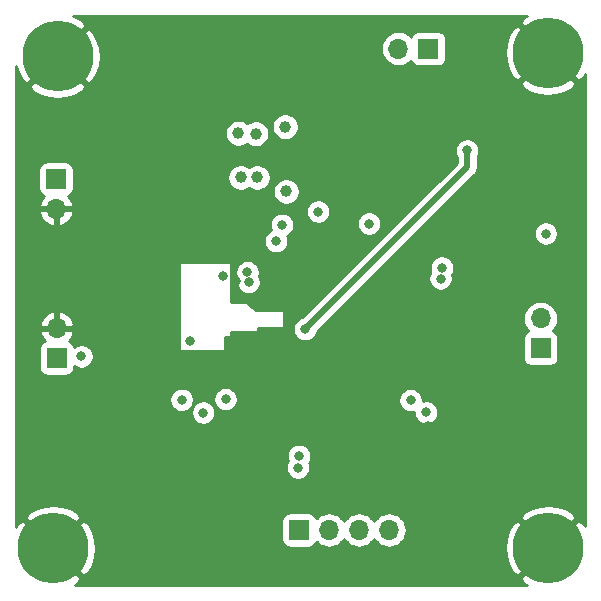
<source format=gbr>
G04 #@! TF.GenerationSoftware,KiCad,Pcbnew,(5.1.4)-1*
G04 #@! TF.CreationDate,2020-10-27T13:41:20+01:00*
G04 #@! TF.ProjectId,STm32f405xx board,53546d33-3266-4343-9035-787820626f61,rev?*
G04 #@! TF.SameCoordinates,Original*
G04 #@! TF.FileFunction,Copper,L4,Bot*
G04 #@! TF.FilePolarity,Positive*
%FSLAX46Y46*%
G04 Gerber Fmt 4.6, Leading zero omitted, Abs format (unit mm)*
G04 Created by KiCad (PCBNEW (5.1.4)-1) date 2020-10-27 13:41:20*
%MOMM*%
%LPD*%
G04 APERTURE LIST*
%ADD10C,0.800000*%
%ADD11C,6.000000*%
%ADD12O,1.700000X1.700000*%
%ADD13R,1.700000X1.700000*%
%ADD14C,1.000000*%
%ADD15C,0.500000*%
%ADD16C,0.254000*%
G04 APERTURE END LIST*
D10*
X126050990Y-54289010D03*
X124460000Y-53630000D03*
X122869010Y-54289010D03*
X122210000Y-55880000D03*
X122869010Y-57470990D03*
X124460000Y-58130000D03*
X126050990Y-57470990D03*
X126710000Y-55880000D03*
D11*
X124460000Y-55880000D03*
X124460000Y-97790000D03*
D10*
X126710000Y-97790000D03*
X126050990Y-99380990D03*
X124460000Y-100040000D03*
X122869010Y-99380990D03*
X122210000Y-97790000D03*
X122869010Y-96199010D03*
X124460000Y-95540000D03*
X126050990Y-96199010D03*
X84521990Y-54543010D03*
X82931000Y-53884000D03*
X81340010Y-54543010D03*
X80681000Y-56134000D03*
X81340010Y-57724990D03*
X82931000Y-58384000D03*
X84521990Y-57724990D03*
X85181000Y-56134000D03*
D11*
X82931000Y-56134000D03*
X82550000Y-97790000D03*
D10*
X84800000Y-97790000D03*
X84140990Y-99380990D03*
X82550000Y-100040000D03*
X80959010Y-99380990D03*
X80300000Y-97790000D03*
X80959010Y-96199010D03*
X82550000Y-95540000D03*
X84140990Y-96199010D03*
D12*
X123825000Y-78359000D03*
D13*
X123825000Y-80899000D03*
X114325400Y-55511700D03*
D12*
X111785400Y-55511700D03*
D13*
X103378000Y-96266000D03*
D12*
X105918000Y-96266000D03*
X108458000Y-96266000D03*
X110998000Y-96266000D03*
X82804000Y-69088000D03*
D13*
X82804000Y-66548000D03*
X82849720Y-81706720D03*
D12*
X82849720Y-79166720D03*
D14*
X99730560Y-62717680D03*
X98445320Y-66421000D03*
X99832160Y-66421000D03*
X102301040Y-67604640D03*
X102199440Y-62118240D03*
X98242120Y-62666880D03*
D10*
X101442520Y-71800720D03*
X101930200Y-70434200D03*
X99004120Y-74442320D03*
X115361720Y-74985880D03*
X115473480Y-74061320D03*
X112826800Y-85272880D03*
X114147600Y-86304120D03*
X103372920Y-89987120D03*
X103291640Y-90992960D03*
X95270320Y-86334600D03*
X99100640Y-75285600D03*
X93446600Y-85247480D03*
X97165160Y-85191600D03*
X104998520Y-69316600D03*
X109306360Y-70332600D03*
X84952840Y-81559400D03*
X124266960Y-71170800D03*
X117614700Y-64135000D03*
X103898000Y-79260000D03*
X96900000Y-74800000D03*
X94132400Y-80238600D03*
X99014280Y-72882760D03*
X103357680Y-70347840D03*
D14*
X95336360Y-60248800D03*
X93619320Y-60985400D03*
X97495360Y-60309760D03*
X96230440Y-58577480D03*
X91968320Y-61066680D03*
D10*
X114345720Y-72694800D03*
X117424200Y-75016360D03*
X121574560Y-83794600D03*
X114330480Y-87467440D03*
X110261400Y-90444320D03*
X108422440Y-89733120D03*
X101340920Y-88930480D03*
X96855280Y-81427320D03*
X98069400Y-75194160D03*
X113141760Y-72918320D03*
X111780320Y-88361520D03*
X101351080Y-87782400D03*
X98689160Y-80690720D03*
D14*
X98866960Y-69448680D03*
X100223320Y-69448680D03*
X106268520Y-59065160D03*
D10*
X110286800Y-91485720D03*
X104246680Y-70774560D03*
X103393240Y-69286120D03*
X84861400Y-78958440D03*
X125836680Y-71099680D03*
X126822200Y-71160640D03*
X124627640Y-62611000D03*
D14*
X82829400Y-71516240D03*
X82829400Y-74930000D03*
X88900000Y-73660000D03*
X90170000Y-55880000D03*
X100330000Y-55880000D03*
X100330000Y-55880000D03*
X118110000Y-55880000D03*
X125730000Y-86360000D03*
X125730000Y-90170000D03*
X119380000Y-90170000D03*
X118110000Y-96520000D03*
X110490000Y-99060000D03*
X99060000Y-99060000D03*
X91440000Y-99060000D03*
X91440000Y-88900000D03*
X83820000Y-88900000D03*
X88900000Y-83820000D03*
D15*
X117614700Y-65543300D02*
X103898000Y-79260000D01*
X117614700Y-64135000D02*
X117614700Y-65543300D01*
D16*
G36*
X122444397Y-52833898D02*
G01*
X122417106Y-52852132D01*
X122080919Y-53321314D01*
X124460000Y-55700395D01*
X124474143Y-55686253D01*
X124653748Y-55865858D01*
X124639605Y-55880000D01*
X127018686Y-58259081D01*
X127487868Y-57922894D01*
X127610001Y-57696848D01*
X127610000Y-95970895D01*
X127506102Y-95774397D01*
X127487868Y-95747106D01*
X127018686Y-95410919D01*
X124639605Y-97790000D01*
X124653748Y-97804143D01*
X124474143Y-97983748D01*
X124460000Y-97969605D01*
X122080919Y-100348686D01*
X122417106Y-100817868D01*
X122643150Y-100940000D01*
X84369105Y-100940000D01*
X84565603Y-100836102D01*
X84592894Y-100817868D01*
X84929081Y-100348686D01*
X82550000Y-97969605D01*
X82535858Y-97983748D01*
X82356253Y-97804143D01*
X82370395Y-97790000D01*
X82729605Y-97790000D01*
X85108686Y-100169081D01*
X85577868Y-99832894D01*
X85918237Y-99202932D01*
X86129166Y-98518673D01*
X86202550Y-97806411D01*
X86199467Y-97773589D01*
X120807450Y-97773589D01*
X120874431Y-98486482D01*
X121079204Y-99172609D01*
X121413898Y-99805603D01*
X121432132Y-99832894D01*
X121901314Y-100169081D01*
X124280395Y-97790000D01*
X121901314Y-95410919D01*
X121432132Y-95747106D01*
X121091763Y-96377068D01*
X120880834Y-97061327D01*
X120807450Y-97773589D01*
X86199467Y-97773589D01*
X86135569Y-97093518D01*
X85930796Y-96407391D01*
X85596102Y-95774397D01*
X85577868Y-95747106D01*
X85115778Y-95416000D01*
X101889928Y-95416000D01*
X101889928Y-97116000D01*
X101902188Y-97240482D01*
X101938498Y-97360180D01*
X101997463Y-97470494D01*
X102076815Y-97567185D01*
X102173506Y-97646537D01*
X102283820Y-97705502D01*
X102403518Y-97741812D01*
X102528000Y-97754072D01*
X104228000Y-97754072D01*
X104352482Y-97741812D01*
X104472180Y-97705502D01*
X104582494Y-97646537D01*
X104679185Y-97567185D01*
X104758537Y-97470494D01*
X104817502Y-97360180D01*
X104838393Y-97291313D01*
X104862866Y-97321134D01*
X105088986Y-97506706D01*
X105346966Y-97644599D01*
X105626889Y-97729513D01*
X105845050Y-97751000D01*
X105990950Y-97751000D01*
X106209111Y-97729513D01*
X106489034Y-97644599D01*
X106747014Y-97506706D01*
X106973134Y-97321134D01*
X107158706Y-97095014D01*
X107188000Y-97040209D01*
X107217294Y-97095014D01*
X107402866Y-97321134D01*
X107628986Y-97506706D01*
X107886966Y-97644599D01*
X108166889Y-97729513D01*
X108385050Y-97751000D01*
X108530950Y-97751000D01*
X108749111Y-97729513D01*
X109029034Y-97644599D01*
X109287014Y-97506706D01*
X109513134Y-97321134D01*
X109698706Y-97095014D01*
X109728000Y-97040209D01*
X109757294Y-97095014D01*
X109942866Y-97321134D01*
X110168986Y-97506706D01*
X110426966Y-97644599D01*
X110706889Y-97729513D01*
X110925050Y-97751000D01*
X111070950Y-97751000D01*
X111289111Y-97729513D01*
X111569034Y-97644599D01*
X111827014Y-97506706D01*
X112053134Y-97321134D01*
X112238706Y-97095014D01*
X112376599Y-96837034D01*
X112461513Y-96557111D01*
X112490185Y-96266000D01*
X112461513Y-95974889D01*
X112376599Y-95694966D01*
X112238706Y-95436986D01*
X112069916Y-95231314D01*
X122080919Y-95231314D01*
X124460000Y-97610395D01*
X126839081Y-95231314D01*
X126502894Y-94762132D01*
X125872932Y-94421763D01*
X125188673Y-94210834D01*
X124476411Y-94137450D01*
X123763518Y-94204431D01*
X123077391Y-94409204D01*
X122444397Y-94743898D01*
X122417106Y-94762132D01*
X122080919Y-95231314D01*
X112069916Y-95231314D01*
X112053134Y-95210866D01*
X111827014Y-95025294D01*
X111569034Y-94887401D01*
X111289111Y-94802487D01*
X111070950Y-94781000D01*
X110925050Y-94781000D01*
X110706889Y-94802487D01*
X110426966Y-94887401D01*
X110168986Y-95025294D01*
X109942866Y-95210866D01*
X109757294Y-95436986D01*
X109728000Y-95491791D01*
X109698706Y-95436986D01*
X109513134Y-95210866D01*
X109287014Y-95025294D01*
X109029034Y-94887401D01*
X108749111Y-94802487D01*
X108530950Y-94781000D01*
X108385050Y-94781000D01*
X108166889Y-94802487D01*
X107886966Y-94887401D01*
X107628986Y-95025294D01*
X107402866Y-95210866D01*
X107217294Y-95436986D01*
X107188000Y-95491791D01*
X107158706Y-95436986D01*
X106973134Y-95210866D01*
X106747014Y-95025294D01*
X106489034Y-94887401D01*
X106209111Y-94802487D01*
X105990950Y-94781000D01*
X105845050Y-94781000D01*
X105626889Y-94802487D01*
X105346966Y-94887401D01*
X105088986Y-95025294D01*
X104862866Y-95210866D01*
X104838393Y-95240687D01*
X104817502Y-95171820D01*
X104758537Y-95061506D01*
X104679185Y-94964815D01*
X104582494Y-94885463D01*
X104472180Y-94826498D01*
X104352482Y-94790188D01*
X104228000Y-94777928D01*
X102528000Y-94777928D01*
X102403518Y-94790188D01*
X102283820Y-94826498D01*
X102173506Y-94885463D01*
X102076815Y-94964815D01*
X101997463Y-95061506D01*
X101938498Y-95171820D01*
X101902188Y-95291518D01*
X101889928Y-95416000D01*
X85115778Y-95416000D01*
X85108686Y-95410919D01*
X82729605Y-97790000D01*
X82370395Y-97790000D01*
X79991314Y-95410919D01*
X79522132Y-95747106D01*
X79400000Y-95973150D01*
X79400000Y-95231314D01*
X80170919Y-95231314D01*
X82550000Y-97610395D01*
X84929081Y-95231314D01*
X84592894Y-94762132D01*
X83962932Y-94421763D01*
X83278673Y-94210834D01*
X82566411Y-94137450D01*
X81853518Y-94204431D01*
X81167391Y-94409204D01*
X80534397Y-94743898D01*
X80507106Y-94762132D01*
X80170919Y-95231314D01*
X79400000Y-95231314D01*
X79400000Y-90891021D01*
X102256640Y-90891021D01*
X102256640Y-91094899D01*
X102296414Y-91294858D01*
X102374435Y-91483216D01*
X102487703Y-91652734D01*
X102631866Y-91796897D01*
X102801384Y-91910165D01*
X102989742Y-91988186D01*
X103189701Y-92027960D01*
X103393579Y-92027960D01*
X103593538Y-91988186D01*
X103781896Y-91910165D01*
X103951414Y-91796897D01*
X104095577Y-91652734D01*
X104208845Y-91483216D01*
X104286866Y-91294858D01*
X104326640Y-91094899D01*
X104326640Y-90891021D01*
X104286866Y-90691062D01*
X104233473Y-90562162D01*
X104290125Y-90477376D01*
X104368146Y-90289018D01*
X104407920Y-90089059D01*
X104407920Y-89885181D01*
X104368146Y-89685222D01*
X104290125Y-89496864D01*
X104176857Y-89327346D01*
X104032694Y-89183183D01*
X103863176Y-89069915D01*
X103674818Y-88991894D01*
X103474859Y-88952120D01*
X103270981Y-88952120D01*
X103071022Y-88991894D01*
X102882664Y-89069915D01*
X102713146Y-89183183D01*
X102568983Y-89327346D01*
X102455715Y-89496864D01*
X102377694Y-89685222D01*
X102337920Y-89885181D01*
X102337920Y-90089059D01*
X102377694Y-90289018D01*
X102431087Y-90417918D01*
X102374435Y-90502704D01*
X102296414Y-90691062D01*
X102256640Y-90891021D01*
X79400000Y-90891021D01*
X79400000Y-85145541D01*
X92411600Y-85145541D01*
X92411600Y-85349419D01*
X92451374Y-85549378D01*
X92529395Y-85737736D01*
X92642663Y-85907254D01*
X92786826Y-86051417D01*
X92956344Y-86164685D01*
X93144702Y-86242706D01*
X93344661Y-86282480D01*
X93548539Y-86282480D01*
X93748498Y-86242706D01*
X93772748Y-86232661D01*
X94235320Y-86232661D01*
X94235320Y-86436539D01*
X94275094Y-86636498D01*
X94353115Y-86824856D01*
X94466383Y-86994374D01*
X94610546Y-87138537D01*
X94780064Y-87251805D01*
X94968422Y-87329826D01*
X95168381Y-87369600D01*
X95372259Y-87369600D01*
X95572218Y-87329826D01*
X95760576Y-87251805D01*
X95930094Y-87138537D01*
X96074257Y-86994374D01*
X96187525Y-86824856D01*
X96265546Y-86636498D01*
X96305320Y-86436539D01*
X96305320Y-86232661D01*
X96265546Y-86032702D01*
X96187525Y-85844344D01*
X96074257Y-85674826D01*
X95930094Y-85530663D01*
X95760576Y-85417395D01*
X95572218Y-85339374D01*
X95372259Y-85299600D01*
X95168381Y-85299600D01*
X94968422Y-85339374D01*
X94780064Y-85417395D01*
X94610546Y-85530663D01*
X94466383Y-85674826D01*
X94353115Y-85844344D01*
X94275094Y-86032702D01*
X94235320Y-86232661D01*
X93772748Y-86232661D01*
X93936856Y-86164685D01*
X94106374Y-86051417D01*
X94250537Y-85907254D01*
X94363805Y-85737736D01*
X94441826Y-85549378D01*
X94481600Y-85349419D01*
X94481600Y-85145541D01*
X94470485Y-85089661D01*
X96130160Y-85089661D01*
X96130160Y-85293539D01*
X96169934Y-85493498D01*
X96247955Y-85681856D01*
X96361223Y-85851374D01*
X96505386Y-85995537D01*
X96674904Y-86108805D01*
X96863262Y-86186826D01*
X97063221Y-86226600D01*
X97267099Y-86226600D01*
X97467058Y-86186826D01*
X97655416Y-86108805D01*
X97824934Y-85995537D01*
X97969097Y-85851374D01*
X98082365Y-85681856D01*
X98160386Y-85493498D01*
X98200160Y-85293539D01*
X98200160Y-85170941D01*
X111791800Y-85170941D01*
X111791800Y-85374819D01*
X111831574Y-85574778D01*
X111909595Y-85763136D01*
X112022863Y-85932654D01*
X112167026Y-86076817D01*
X112336544Y-86190085D01*
X112524902Y-86268106D01*
X112724861Y-86307880D01*
X112928739Y-86307880D01*
X113112600Y-86271308D01*
X113112600Y-86406059D01*
X113152374Y-86606018D01*
X113230395Y-86794376D01*
X113343663Y-86963894D01*
X113487826Y-87108057D01*
X113657344Y-87221325D01*
X113845702Y-87299346D01*
X114045661Y-87339120D01*
X114249539Y-87339120D01*
X114449498Y-87299346D01*
X114637856Y-87221325D01*
X114807374Y-87108057D01*
X114951537Y-86963894D01*
X115064805Y-86794376D01*
X115142826Y-86606018D01*
X115182600Y-86406059D01*
X115182600Y-86202181D01*
X115142826Y-86002222D01*
X115064805Y-85813864D01*
X114951537Y-85644346D01*
X114807374Y-85500183D01*
X114637856Y-85386915D01*
X114449498Y-85308894D01*
X114249539Y-85269120D01*
X114045661Y-85269120D01*
X113861800Y-85305692D01*
X113861800Y-85170941D01*
X113822026Y-84970982D01*
X113744005Y-84782624D01*
X113630737Y-84613106D01*
X113486574Y-84468943D01*
X113317056Y-84355675D01*
X113128698Y-84277654D01*
X112928739Y-84237880D01*
X112724861Y-84237880D01*
X112524902Y-84277654D01*
X112336544Y-84355675D01*
X112167026Y-84468943D01*
X112022863Y-84613106D01*
X111909595Y-84782624D01*
X111831574Y-84970982D01*
X111791800Y-85170941D01*
X98200160Y-85170941D01*
X98200160Y-85089661D01*
X98160386Y-84889702D01*
X98082365Y-84701344D01*
X97969097Y-84531826D01*
X97824934Y-84387663D01*
X97655416Y-84274395D01*
X97467058Y-84196374D01*
X97267099Y-84156600D01*
X97063221Y-84156600D01*
X96863262Y-84196374D01*
X96674904Y-84274395D01*
X96505386Y-84387663D01*
X96361223Y-84531826D01*
X96247955Y-84701344D01*
X96169934Y-84889702D01*
X96130160Y-85089661D01*
X94470485Y-85089661D01*
X94441826Y-84945582D01*
X94363805Y-84757224D01*
X94250537Y-84587706D01*
X94106374Y-84443543D01*
X93936856Y-84330275D01*
X93748498Y-84252254D01*
X93548539Y-84212480D01*
X93344661Y-84212480D01*
X93144702Y-84252254D01*
X92956344Y-84330275D01*
X92786826Y-84443543D01*
X92642663Y-84587706D01*
X92529395Y-84757224D01*
X92451374Y-84945582D01*
X92411600Y-85145541D01*
X79400000Y-85145541D01*
X79400000Y-80856720D01*
X81361648Y-80856720D01*
X81361648Y-82556720D01*
X81373908Y-82681202D01*
X81410218Y-82800900D01*
X81469183Y-82911214D01*
X81548535Y-83007905D01*
X81645226Y-83087257D01*
X81755540Y-83146222D01*
X81875238Y-83182532D01*
X81999720Y-83194792D01*
X83699720Y-83194792D01*
X83824202Y-83182532D01*
X83943900Y-83146222D01*
X84054214Y-83087257D01*
X84150905Y-83007905D01*
X84230257Y-82911214D01*
X84289222Y-82800900D01*
X84325532Y-82681202D01*
X84337792Y-82556720D01*
X84337792Y-82393222D01*
X84462584Y-82476605D01*
X84650942Y-82554626D01*
X84850901Y-82594400D01*
X85054779Y-82594400D01*
X85254738Y-82554626D01*
X85443096Y-82476605D01*
X85612614Y-82363337D01*
X85756777Y-82219174D01*
X85870045Y-82049656D01*
X85948066Y-81861298D01*
X85987840Y-81661339D01*
X85987840Y-81457461D01*
X85948066Y-81257502D01*
X85870045Y-81069144D01*
X85756777Y-80899626D01*
X85612614Y-80755463D01*
X85443096Y-80642195D01*
X85254738Y-80564174D01*
X85054779Y-80524400D01*
X84850901Y-80524400D01*
X84650942Y-80564174D01*
X84462584Y-80642195D01*
X84325674Y-80733675D01*
X84325532Y-80732238D01*
X84289222Y-80612540D01*
X84230257Y-80502226D01*
X84150905Y-80405535D01*
X84054214Y-80326183D01*
X83943900Y-80267218D01*
X83863254Y-80242754D01*
X83947308Y-80166989D01*
X84121361Y-79933640D01*
X84246545Y-79670819D01*
X84291196Y-79523610D01*
X84169875Y-79293720D01*
X82976720Y-79293720D01*
X82976720Y-79313720D01*
X82722720Y-79313720D01*
X82722720Y-79293720D01*
X81529565Y-79293720D01*
X81408244Y-79523610D01*
X81452895Y-79670819D01*
X81578079Y-79933640D01*
X81752132Y-80166989D01*
X81836186Y-80242754D01*
X81755540Y-80267218D01*
X81645226Y-80326183D01*
X81548535Y-80405535D01*
X81469183Y-80502226D01*
X81410218Y-80612540D01*
X81373908Y-80732238D01*
X81361648Y-80856720D01*
X79400000Y-80856720D01*
X79400000Y-78809830D01*
X81408244Y-78809830D01*
X81529565Y-79039720D01*
X82722720Y-79039720D01*
X82722720Y-77845906D01*
X82976720Y-77845906D01*
X82976720Y-79039720D01*
X84169875Y-79039720D01*
X84291196Y-78809830D01*
X84246545Y-78662621D01*
X84121361Y-78399800D01*
X83947308Y-78166451D01*
X83731075Y-77971542D01*
X83480972Y-77822563D01*
X83206611Y-77725239D01*
X82976720Y-77845906D01*
X82722720Y-77845906D01*
X82492829Y-77725239D01*
X82218468Y-77822563D01*
X81968365Y-77971542D01*
X81752132Y-78166451D01*
X81578079Y-78399800D01*
X81452895Y-78662621D01*
X81408244Y-78809830D01*
X79400000Y-78809830D01*
X79400000Y-73731709D01*
X93201720Y-73731709D01*
X93201720Y-80970709D01*
X93204160Y-80995485D01*
X93211387Y-81019310D01*
X93223123Y-81041266D01*
X93238917Y-81060512D01*
X93258163Y-81076306D01*
X93280119Y-81088042D01*
X93303944Y-81095269D01*
X93328720Y-81097709D01*
X97011720Y-81097709D01*
X97036496Y-81095269D01*
X97060321Y-81088042D01*
X97082277Y-81076306D01*
X97101523Y-81060512D01*
X97117317Y-81041266D01*
X97129053Y-81019310D01*
X97136280Y-80995485D01*
X97138720Y-80970709D01*
X97138720Y-79954709D01*
X97481620Y-79954709D01*
X97506396Y-79952269D01*
X97530221Y-79945042D01*
X97552177Y-79933306D01*
X97571423Y-79917512D01*
X97587217Y-79898266D01*
X97598953Y-79876310D01*
X97606180Y-79852485D01*
X97608620Y-79827709D01*
X97608620Y-79510209D01*
X99793020Y-79510209D01*
X99817796Y-79507769D01*
X99841621Y-79500542D01*
X99863577Y-79488806D01*
X99882823Y-79473012D01*
X99898617Y-79453766D01*
X99910353Y-79431810D01*
X99917580Y-79407985D01*
X99919919Y-79388285D01*
X99928250Y-79180009D01*
X101964720Y-79180009D01*
X101989496Y-79177569D01*
X102013321Y-79170342D01*
X102035277Y-79158606D01*
X102035941Y-79158061D01*
X102863000Y-79158061D01*
X102863000Y-79361939D01*
X102902774Y-79561898D01*
X102980795Y-79750256D01*
X103094063Y-79919774D01*
X103238226Y-80063937D01*
X103407744Y-80177205D01*
X103596102Y-80255226D01*
X103796061Y-80295000D01*
X103999939Y-80295000D01*
X104199898Y-80255226D01*
X104388256Y-80177205D01*
X104557774Y-80063937D01*
X104701937Y-79919774D01*
X104815205Y-79750256D01*
X104893226Y-79561898D01*
X104904535Y-79505043D01*
X106050578Y-78359000D01*
X122332815Y-78359000D01*
X122361487Y-78650111D01*
X122446401Y-78930034D01*
X122584294Y-79188014D01*
X122769866Y-79414134D01*
X122799687Y-79438607D01*
X122730820Y-79459498D01*
X122620506Y-79518463D01*
X122523815Y-79597815D01*
X122444463Y-79694506D01*
X122385498Y-79804820D01*
X122349188Y-79924518D01*
X122336928Y-80049000D01*
X122336928Y-81749000D01*
X122349188Y-81873482D01*
X122385498Y-81993180D01*
X122444463Y-82103494D01*
X122523815Y-82200185D01*
X122620506Y-82279537D01*
X122730820Y-82338502D01*
X122850518Y-82374812D01*
X122975000Y-82387072D01*
X124675000Y-82387072D01*
X124799482Y-82374812D01*
X124919180Y-82338502D01*
X125029494Y-82279537D01*
X125126185Y-82200185D01*
X125205537Y-82103494D01*
X125264502Y-81993180D01*
X125300812Y-81873482D01*
X125313072Y-81749000D01*
X125313072Y-80049000D01*
X125300812Y-79924518D01*
X125264502Y-79804820D01*
X125205537Y-79694506D01*
X125126185Y-79597815D01*
X125029494Y-79518463D01*
X124919180Y-79459498D01*
X124850313Y-79438607D01*
X124880134Y-79414134D01*
X125065706Y-79188014D01*
X125203599Y-78930034D01*
X125288513Y-78650111D01*
X125317185Y-78359000D01*
X125288513Y-78067889D01*
X125203599Y-77787966D01*
X125065706Y-77529986D01*
X124880134Y-77303866D01*
X124654014Y-77118294D01*
X124396034Y-76980401D01*
X124116111Y-76895487D01*
X123897950Y-76874000D01*
X123752050Y-76874000D01*
X123533889Y-76895487D01*
X123253966Y-76980401D01*
X122995986Y-77118294D01*
X122769866Y-77303866D01*
X122584294Y-77529986D01*
X122446401Y-77787966D01*
X122361487Y-78067889D01*
X122332815Y-78359000D01*
X106050578Y-78359000D01*
X109525637Y-74883941D01*
X114326720Y-74883941D01*
X114326720Y-75087819D01*
X114366494Y-75287778D01*
X114444515Y-75476136D01*
X114557783Y-75645654D01*
X114701946Y-75789817D01*
X114871464Y-75903085D01*
X115059822Y-75981106D01*
X115259781Y-76020880D01*
X115463659Y-76020880D01*
X115663618Y-75981106D01*
X115851976Y-75903085D01*
X116021494Y-75789817D01*
X116165657Y-75645654D01*
X116278925Y-75476136D01*
X116356946Y-75287778D01*
X116396720Y-75087819D01*
X116396720Y-74883941D01*
X116356946Y-74683982D01*
X116336001Y-74633417D01*
X116390685Y-74551576D01*
X116468706Y-74363218D01*
X116508480Y-74163259D01*
X116508480Y-73959381D01*
X116468706Y-73759422D01*
X116390685Y-73571064D01*
X116277417Y-73401546D01*
X116133254Y-73257383D01*
X115963736Y-73144115D01*
X115775378Y-73066094D01*
X115575419Y-73026320D01*
X115371541Y-73026320D01*
X115171582Y-73066094D01*
X114983224Y-73144115D01*
X114813706Y-73257383D01*
X114669543Y-73401546D01*
X114556275Y-73571064D01*
X114478254Y-73759422D01*
X114438480Y-73959381D01*
X114438480Y-74163259D01*
X114478254Y-74363218D01*
X114499199Y-74413783D01*
X114444515Y-74495624D01*
X114366494Y-74683982D01*
X114326720Y-74883941D01*
X109525637Y-74883941D01*
X113340717Y-71068861D01*
X123231960Y-71068861D01*
X123231960Y-71272739D01*
X123271734Y-71472698D01*
X123349755Y-71661056D01*
X123463023Y-71830574D01*
X123607186Y-71974737D01*
X123776704Y-72088005D01*
X123965062Y-72166026D01*
X124165021Y-72205800D01*
X124368899Y-72205800D01*
X124568858Y-72166026D01*
X124757216Y-72088005D01*
X124926734Y-71974737D01*
X125070897Y-71830574D01*
X125184165Y-71661056D01*
X125262186Y-71472698D01*
X125301960Y-71272739D01*
X125301960Y-71068861D01*
X125262186Y-70868902D01*
X125184165Y-70680544D01*
X125070897Y-70511026D01*
X124926734Y-70366863D01*
X124757216Y-70253595D01*
X124568858Y-70175574D01*
X124368899Y-70135800D01*
X124165021Y-70135800D01*
X123965062Y-70175574D01*
X123776704Y-70253595D01*
X123607186Y-70366863D01*
X123463023Y-70511026D01*
X123349755Y-70680544D01*
X123271734Y-70868902D01*
X123231960Y-71068861D01*
X113340717Y-71068861D01*
X118209749Y-66199830D01*
X118243517Y-66172117D01*
X118354111Y-66037359D01*
X118436289Y-65883613D01*
X118486895Y-65716790D01*
X118499700Y-65586777D01*
X118499700Y-65586767D01*
X118503981Y-65543301D01*
X118499700Y-65499835D01*
X118499700Y-64673454D01*
X118531905Y-64625256D01*
X118609926Y-64436898D01*
X118649700Y-64236939D01*
X118649700Y-64033061D01*
X118609926Y-63833102D01*
X118531905Y-63644744D01*
X118418637Y-63475226D01*
X118274474Y-63331063D01*
X118104956Y-63217795D01*
X117916598Y-63139774D01*
X117716639Y-63100000D01*
X117512761Y-63100000D01*
X117312802Y-63139774D01*
X117124444Y-63217795D01*
X116954926Y-63331063D01*
X116810763Y-63475226D01*
X116697495Y-63644744D01*
X116619474Y-63833102D01*
X116579700Y-64033061D01*
X116579700Y-64236939D01*
X116619474Y-64436898D01*
X116697495Y-64625256D01*
X116729700Y-64673455D01*
X116729701Y-65176720D01*
X103652957Y-78253465D01*
X103596102Y-78264774D01*
X103407744Y-78342795D01*
X103238226Y-78456063D01*
X103094063Y-78600226D01*
X102980795Y-78769744D01*
X102902774Y-78958102D01*
X102863000Y-79158061D01*
X102035941Y-79158061D01*
X102054523Y-79142812D01*
X102070317Y-79123566D01*
X102082053Y-79101610D01*
X102089280Y-79077785D01*
X102091714Y-79051764D01*
X102079014Y-77756364D01*
X102076331Y-77731613D01*
X102068871Y-77707860D01*
X102056920Y-77686020D01*
X102040938Y-77666930D01*
X102021539Y-77651326D01*
X101999468Y-77639805D01*
X101975574Y-77632812D01*
X101950617Y-77630617D01*
X99701949Y-77655464D01*
X99015013Y-77028786D01*
X98995065Y-77013890D01*
X98972593Y-77003172D01*
X98948463Y-76997045D01*
X98929420Y-76995609D01*
X97658945Y-76995609D01*
X97649001Y-74340381D01*
X97969120Y-74340381D01*
X97969120Y-74544259D01*
X98008894Y-74744218D01*
X98086915Y-74932576D01*
X98111408Y-74969232D01*
X98105414Y-74983702D01*
X98065640Y-75183661D01*
X98065640Y-75387539D01*
X98105414Y-75587498D01*
X98183435Y-75775856D01*
X98296703Y-75945374D01*
X98440866Y-76089537D01*
X98610384Y-76202805D01*
X98798742Y-76280826D01*
X98998701Y-76320600D01*
X99202579Y-76320600D01*
X99402538Y-76280826D01*
X99590896Y-76202805D01*
X99760414Y-76089537D01*
X99904577Y-75945374D01*
X100017845Y-75775856D01*
X100095866Y-75587498D01*
X100135640Y-75387539D01*
X100135640Y-75183661D01*
X100095866Y-74983702D01*
X100017845Y-74795344D01*
X99993352Y-74758688D01*
X99999346Y-74744218D01*
X100039120Y-74544259D01*
X100039120Y-74340381D01*
X99999346Y-74140422D01*
X99921325Y-73952064D01*
X99808057Y-73782546D01*
X99663894Y-73638383D01*
X99494376Y-73525115D01*
X99306018Y-73447094D01*
X99106059Y-73407320D01*
X98902181Y-73407320D01*
X98702222Y-73447094D01*
X98513864Y-73525115D01*
X98344346Y-73638383D01*
X98200183Y-73782546D01*
X98086915Y-73952064D01*
X98008894Y-74140422D01*
X97969120Y-74340381D01*
X97649001Y-74340381D01*
X97646719Y-73731233D01*
X97644186Y-73706466D01*
X97636870Y-73682669D01*
X97625052Y-73660757D01*
X97609186Y-73641571D01*
X97589881Y-73625849D01*
X97567881Y-73614195D01*
X97544030Y-73607057D01*
X97519720Y-73604709D01*
X93328720Y-73604709D01*
X93303944Y-73607149D01*
X93280119Y-73614376D01*
X93258163Y-73626112D01*
X93238917Y-73641906D01*
X93223123Y-73661152D01*
X93211387Y-73683108D01*
X93204160Y-73706933D01*
X93201720Y-73731709D01*
X79400000Y-73731709D01*
X79400000Y-71698781D01*
X100407520Y-71698781D01*
X100407520Y-71902659D01*
X100447294Y-72102618D01*
X100525315Y-72290976D01*
X100638583Y-72460494D01*
X100782746Y-72604657D01*
X100952264Y-72717925D01*
X101140622Y-72795946D01*
X101340581Y-72835720D01*
X101544459Y-72835720D01*
X101744418Y-72795946D01*
X101932776Y-72717925D01*
X102102294Y-72604657D01*
X102246457Y-72460494D01*
X102359725Y-72290976D01*
X102437746Y-72102618D01*
X102477520Y-71902659D01*
X102477520Y-71698781D01*
X102437746Y-71498822D01*
X102383094Y-71366881D01*
X102420456Y-71351405D01*
X102589974Y-71238137D01*
X102734137Y-71093974D01*
X102847405Y-70924456D01*
X102925426Y-70736098D01*
X102965200Y-70536139D01*
X102965200Y-70332261D01*
X102925426Y-70132302D01*
X102847405Y-69943944D01*
X102734137Y-69774426D01*
X102589974Y-69630263D01*
X102420456Y-69516995D01*
X102232098Y-69438974D01*
X102032139Y-69399200D01*
X101828261Y-69399200D01*
X101628302Y-69438974D01*
X101439944Y-69516995D01*
X101270426Y-69630263D01*
X101126263Y-69774426D01*
X101012995Y-69943944D01*
X100934974Y-70132302D01*
X100895200Y-70332261D01*
X100895200Y-70536139D01*
X100934974Y-70736098D01*
X100989626Y-70868039D01*
X100952264Y-70883515D01*
X100782746Y-70996783D01*
X100638583Y-71140946D01*
X100525315Y-71310464D01*
X100447294Y-71498822D01*
X100407520Y-71698781D01*
X79400000Y-71698781D01*
X79400000Y-69444890D01*
X81362524Y-69444890D01*
X81407175Y-69592099D01*
X81532359Y-69854920D01*
X81706412Y-70088269D01*
X81922645Y-70283178D01*
X82172748Y-70432157D01*
X82447109Y-70529481D01*
X82677000Y-70408814D01*
X82677000Y-69215000D01*
X82931000Y-69215000D01*
X82931000Y-70408814D01*
X83160891Y-70529481D01*
X83435252Y-70432157D01*
X83685355Y-70283178D01*
X83901588Y-70088269D01*
X84075641Y-69854920D01*
X84200825Y-69592099D01*
X84245476Y-69444890D01*
X84124155Y-69215000D01*
X82931000Y-69215000D01*
X82677000Y-69215000D01*
X81483845Y-69215000D01*
X81362524Y-69444890D01*
X79400000Y-69444890D01*
X79400000Y-69214661D01*
X103963520Y-69214661D01*
X103963520Y-69418539D01*
X104003294Y-69618498D01*
X104081315Y-69806856D01*
X104194583Y-69976374D01*
X104338746Y-70120537D01*
X104508264Y-70233805D01*
X104696622Y-70311826D01*
X104896581Y-70351600D01*
X105100459Y-70351600D01*
X105300418Y-70311826D01*
X105488776Y-70233805D01*
X105493481Y-70230661D01*
X108271360Y-70230661D01*
X108271360Y-70434539D01*
X108311134Y-70634498D01*
X108389155Y-70822856D01*
X108502423Y-70992374D01*
X108646586Y-71136537D01*
X108816104Y-71249805D01*
X109004462Y-71327826D01*
X109204421Y-71367600D01*
X109408299Y-71367600D01*
X109608258Y-71327826D01*
X109796616Y-71249805D01*
X109966134Y-71136537D01*
X110110297Y-70992374D01*
X110223565Y-70822856D01*
X110301586Y-70634498D01*
X110341360Y-70434539D01*
X110341360Y-70230661D01*
X110301586Y-70030702D01*
X110223565Y-69842344D01*
X110110297Y-69672826D01*
X109966134Y-69528663D01*
X109796616Y-69415395D01*
X109608258Y-69337374D01*
X109408299Y-69297600D01*
X109204421Y-69297600D01*
X109004462Y-69337374D01*
X108816104Y-69415395D01*
X108646586Y-69528663D01*
X108502423Y-69672826D01*
X108389155Y-69842344D01*
X108311134Y-70030702D01*
X108271360Y-70230661D01*
X105493481Y-70230661D01*
X105658294Y-70120537D01*
X105802457Y-69976374D01*
X105915725Y-69806856D01*
X105993746Y-69618498D01*
X106033520Y-69418539D01*
X106033520Y-69214661D01*
X105993746Y-69014702D01*
X105915725Y-68826344D01*
X105802457Y-68656826D01*
X105658294Y-68512663D01*
X105488776Y-68399395D01*
X105300418Y-68321374D01*
X105100459Y-68281600D01*
X104896581Y-68281600D01*
X104696622Y-68321374D01*
X104508264Y-68399395D01*
X104338746Y-68512663D01*
X104194583Y-68656826D01*
X104081315Y-68826344D01*
X104003294Y-69014702D01*
X103963520Y-69214661D01*
X79400000Y-69214661D01*
X79400000Y-65698000D01*
X81315928Y-65698000D01*
X81315928Y-67398000D01*
X81328188Y-67522482D01*
X81364498Y-67642180D01*
X81423463Y-67752494D01*
X81502815Y-67849185D01*
X81599506Y-67928537D01*
X81709820Y-67987502D01*
X81790466Y-68011966D01*
X81706412Y-68087731D01*
X81532359Y-68321080D01*
X81407175Y-68583901D01*
X81362524Y-68731110D01*
X81483845Y-68961000D01*
X82677000Y-68961000D01*
X82677000Y-68941000D01*
X82931000Y-68941000D01*
X82931000Y-68961000D01*
X84124155Y-68961000D01*
X84245476Y-68731110D01*
X84200825Y-68583901D01*
X84075641Y-68321080D01*
X83901588Y-68087731D01*
X83817534Y-68011966D01*
X83898180Y-67987502D01*
X84008494Y-67928537D01*
X84105185Y-67849185D01*
X84184537Y-67752494D01*
X84243502Y-67642180D01*
X84279812Y-67522482D01*
X84292072Y-67398000D01*
X84292072Y-66309212D01*
X97310320Y-66309212D01*
X97310320Y-66532788D01*
X97353937Y-66752067D01*
X97439496Y-66958624D01*
X97563708Y-67144520D01*
X97721800Y-67302612D01*
X97907696Y-67426824D01*
X98114253Y-67512383D01*
X98333532Y-67556000D01*
X98557108Y-67556000D01*
X98776387Y-67512383D01*
X98982944Y-67426824D01*
X99138740Y-67322724D01*
X99294536Y-67426824D01*
X99501093Y-67512383D01*
X99720372Y-67556000D01*
X99943948Y-67556000D01*
X100163227Y-67512383D01*
X100210378Y-67492852D01*
X101166040Y-67492852D01*
X101166040Y-67716428D01*
X101209657Y-67935707D01*
X101295216Y-68142264D01*
X101419428Y-68328160D01*
X101577520Y-68486252D01*
X101763416Y-68610464D01*
X101969973Y-68696023D01*
X102189252Y-68739640D01*
X102412828Y-68739640D01*
X102632107Y-68696023D01*
X102838664Y-68610464D01*
X103024560Y-68486252D01*
X103182652Y-68328160D01*
X103306864Y-68142264D01*
X103392423Y-67935707D01*
X103436040Y-67716428D01*
X103436040Y-67492852D01*
X103392423Y-67273573D01*
X103306864Y-67067016D01*
X103182652Y-66881120D01*
X103024560Y-66723028D01*
X102838664Y-66598816D01*
X102632107Y-66513257D01*
X102412828Y-66469640D01*
X102189252Y-66469640D01*
X101969973Y-66513257D01*
X101763416Y-66598816D01*
X101577520Y-66723028D01*
X101419428Y-66881120D01*
X101295216Y-67067016D01*
X101209657Y-67273573D01*
X101166040Y-67492852D01*
X100210378Y-67492852D01*
X100369784Y-67426824D01*
X100555680Y-67302612D01*
X100713772Y-67144520D01*
X100837984Y-66958624D01*
X100923543Y-66752067D01*
X100967160Y-66532788D01*
X100967160Y-66309212D01*
X100923543Y-66089933D01*
X100837984Y-65883376D01*
X100713772Y-65697480D01*
X100555680Y-65539388D01*
X100369784Y-65415176D01*
X100163227Y-65329617D01*
X99943948Y-65286000D01*
X99720372Y-65286000D01*
X99501093Y-65329617D01*
X99294536Y-65415176D01*
X99138740Y-65519276D01*
X98982944Y-65415176D01*
X98776387Y-65329617D01*
X98557108Y-65286000D01*
X98333532Y-65286000D01*
X98114253Y-65329617D01*
X97907696Y-65415176D01*
X97721800Y-65539388D01*
X97563708Y-65697480D01*
X97439496Y-65883376D01*
X97353937Y-66089933D01*
X97310320Y-66309212D01*
X84292072Y-66309212D01*
X84292072Y-65698000D01*
X84279812Y-65573518D01*
X84243502Y-65453820D01*
X84184537Y-65343506D01*
X84105185Y-65246815D01*
X84008494Y-65167463D01*
X83898180Y-65108498D01*
X83778482Y-65072188D01*
X83654000Y-65059928D01*
X81954000Y-65059928D01*
X81829518Y-65072188D01*
X81709820Y-65108498D01*
X81599506Y-65167463D01*
X81502815Y-65246815D01*
X81423463Y-65343506D01*
X81364498Y-65453820D01*
X81328188Y-65573518D01*
X81315928Y-65698000D01*
X79400000Y-65698000D01*
X79400000Y-62555092D01*
X97107120Y-62555092D01*
X97107120Y-62778668D01*
X97150737Y-62997947D01*
X97236296Y-63204504D01*
X97360508Y-63390400D01*
X97518600Y-63548492D01*
X97704496Y-63672704D01*
X97911053Y-63758263D01*
X98130332Y-63801880D01*
X98353908Y-63801880D01*
X98573187Y-63758263D01*
X98779744Y-63672704D01*
X98960005Y-63552257D01*
X99007040Y-63599292D01*
X99192936Y-63723504D01*
X99399493Y-63809063D01*
X99618772Y-63852680D01*
X99842348Y-63852680D01*
X100061627Y-63809063D01*
X100268184Y-63723504D01*
X100454080Y-63599292D01*
X100612172Y-63441200D01*
X100736384Y-63255304D01*
X100821943Y-63048747D01*
X100865560Y-62829468D01*
X100865560Y-62605892D01*
X100821943Y-62386613D01*
X100736384Y-62180056D01*
X100620386Y-62006452D01*
X101064440Y-62006452D01*
X101064440Y-62230028D01*
X101108057Y-62449307D01*
X101193616Y-62655864D01*
X101317828Y-62841760D01*
X101475920Y-62999852D01*
X101661816Y-63124064D01*
X101868373Y-63209623D01*
X102087652Y-63253240D01*
X102311228Y-63253240D01*
X102530507Y-63209623D01*
X102737064Y-63124064D01*
X102922960Y-62999852D01*
X103081052Y-62841760D01*
X103205264Y-62655864D01*
X103290823Y-62449307D01*
X103334440Y-62230028D01*
X103334440Y-62006452D01*
X103290823Y-61787173D01*
X103205264Y-61580616D01*
X103081052Y-61394720D01*
X102922960Y-61236628D01*
X102737064Y-61112416D01*
X102530507Y-61026857D01*
X102311228Y-60983240D01*
X102087652Y-60983240D01*
X101868373Y-61026857D01*
X101661816Y-61112416D01*
X101475920Y-61236628D01*
X101317828Y-61394720D01*
X101193616Y-61580616D01*
X101108057Y-61787173D01*
X101064440Y-62006452D01*
X100620386Y-62006452D01*
X100612172Y-61994160D01*
X100454080Y-61836068D01*
X100268184Y-61711856D01*
X100061627Y-61626297D01*
X99842348Y-61582680D01*
X99618772Y-61582680D01*
X99399493Y-61626297D01*
X99192936Y-61711856D01*
X99012675Y-61832303D01*
X98965640Y-61785268D01*
X98779744Y-61661056D01*
X98573187Y-61575497D01*
X98353908Y-61531880D01*
X98130332Y-61531880D01*
X97911053Y-61575497D01*
X97704496Y-61661056D01*
X97518600Y-61785268D01*
X97360508Y-61943360D01*
X97236296Y-62129256D01*
X97150737Y-62335813D01*
X97107120Y-62555092D01*
X79400000Y-62555092D01*
X79400000Y-58692686D01*
X80551919Y-58692686D01*
X80888106Y-59161868D01*
X81518068Y-59502237D01*
X82202327Y-59713166D01*
X82914589Y-59786550D01*
X83627482Y-59719569D01*
X84313609Y-59514796D01*
X84946603Y-59180102D01*
X84973894Y-59161868D01*
X85310081Y-58692686D01*
X82931000Y-56313605D01*
X80551919Y-58692686D01*
X79400000Y-58692686D01*
X79400000Y-57013325D01*
X79550204Y-57516609D01*
X79884898Y-58149603D01*
X79903132Y-58176894D01*
X80372314Y-58513081D01*
X82751395Y-56134000D01*
X83110605Y-56134000D01*
X85489686Y-58513081D01*
X85593511Y-58438686D01*
X122080919Y-58438686D01*
X122417106Y-58907868D01*
X123047068Y-59248237D01*
X123731327Y-59459166D01*
X124443589Y-59532550D01*
X125156482Y-59465569D01*
X125842609Y-59260796D01*
X126475603Y-58926102D01*
X126502894Y-58907868D01*
X126839081Y-58438686D01*
X124460000Y-56059605D01*
X122080919Y-58438686D01*
X85593511Y-58438686D01*
X85958868Y-58176894D01*
X86299237Y-57546932D01*
X86510166Y-56862673D01*
X86583550Y-56150411D01*
X86523539Y-55511700D01*
X110293215Y-55511700D01*
X110321887Y-55802811D01*
X110406801Y-56082734D01*
X110544694Y-56340714D01*
X110730266Y-56566834D01*
X110956386Y-56752406D01*
X111214366Y-56890299D01*
X111494289Y-56975213D01*
X111712450Y-56996700D01*
X111858350Y-56996700D01*
X112076511Y-56975213D01*
X112356434Y-56890299D01*
X112614414Y-56752406D01*
X112840534Y-56566834D01*
X112865007Y-56537013D01*
X112885898Y-56605880D01*
X112944863Y-56716194D01*
X113024215Y-56812885D01*
X113120906Y-56892237D01*
X113231220Y-56951202D01*
X113350918Y-56987512D01*
X113475400Y-56999772D01*
X115175400Y-56999772D01*
X115299882Y-56987512D01*
X115419580Y-56951202D01*
X115529894Y-56892237D01*
X115626585Y-56812885D01*
X115705937Y-56716194D01*
X115764902Y-56605880D01*
X115801212Y-56486182D01*
X115813472Y-56361700D01*
X115813472Y-55863589D01*
X120807450Y-55863589D01*
X120874431Y-56576482D01*
X121079204Y-57262609D01*
X121413898Y-57895603D01*
X121432132Y-57922894D01*
X121901314Y-58259081D01*
X124280395Y-55880000D01*
X121901314Y-53500919D01*
X121432132Y-53837106D01*
X121091763Y-54467068D01*
X120880834Y-55151327D01*
X120807450Y-55863589D01*
X115813472Y-55863589D01*
X115813472Y-54661700D01*
X115801212Y-54537218D01*
X115764902Y-54417520D01*
X115705937Y-54307206D01*
X115626585Y-54210515D01*
X115529894Y-54131163D01*
X115419580Y-54072198D01*
X115299882Y-54035888D01*
X115175400Y-54023628D01*
X113475400Y-54023628D01*
X113350918Y-54035888D01*
X113231220Y-54072198D01*
X113120906Y-54131163D01*
X113024215Y-54210515D01*
X112944863Y-54307206D01*
X112885898Y-54417520D01*
X112865007Y-54486387D01*
X112840534Y-54456566D01*
X112614414Y-54270994D01*
X112356434Y-54133101D01*
X112076511Y-54048187D01*
X111858350Y-54026700D01*
X111712450Y-54026700D01*
X111494289Y-54048187D01*
X111214366Y-54133101D01*
X110956386Y-54270994D01*
X110730266Y-54456566D01*
X110544694Y-54682686D01*
X110406801Y-54940666D01*
X110321887Y-55220589D01*
X110293215Y-55511700D01*
X86523539Y-55511700D01*
X86516569Y-55437518D01*
X86311796Y-54751391D01*
X85977102Y-54118397D01*
X85958868Y-54091106D01*
X85489686Y-53754919D01*
X83110605Y-56134000D01*
X82751395Y-56134000D01*
X82737253Y-56119858D01*
X82916858Y-55940253D01*
X82931000Y-55954395D01*
X85310081Y-53575314D01*
X84973894Y-53106132D01*
X84343932Y-52765763D01*
X84227916Y-52730000D01*
X122640895Y-52730000D01*
X122444397Y-52833898D01*
X122444397Y-52833898D01*
G37*
X122444397Y-52833898D02*
X122417106Y-52852132D01*
X122080919Y-53321314D01*
X124460000Y-55700395D01*
X124474143Y-55686253D01*
X124653748Y-55865858D01*
X124639605Y-55880000D01*
X127018686Y-58259081D01*
X127487868Y-57922894D01*
X127610001Y-57696848D01*
X127610000Y-95970895D01*
X127506102Y-95774397D01*
X127487868Y-95747106D01*
X127018686Y-95410919D01*
X124639605Y-97790000D01*
X124653748Y-97804143D01*
X124474143Y-97983748D01*
X124460000Y-97969605D01*
X122080919Y-100348686D01*
X122417106Y-100817868D01*
X122643150Y-100940000D01*
X84369105Y-100940000D01*
X84565603Y-100836102D01*
X84592894Y-100817868D01*
X84929081Y-100348686D01*
X82550000Y-97969605D01*
X82535858Y-97983748D01*
X82356253Y-97804143D01*
X82370395Y-97790000D01*
X82729605Y-97790000D01*
X85108686Y-100169081D01*
X85577868Y-99832894D01*
X85918237Y-99202932D01*
X86129166Y-98518673D01*
X86202550Y-97806411D01*
X86199467Y-97773589D01*
X120807450Y-97773589D01*
X120874431Y-98486482D01*
X121079204Y-99172609D01*
X121413898Y-99805603D01*
X121432132Y-99832894D01*
X121901314Y-100169081D01*
X124280395Y-97790000D01*
X121901314Y-95410919D01*
X121432132Y-95747106D01*
X121091763Y-96377068D01*
X120880834Y-97061327D01*
X120807450Y-97773589D01*
X86199467Y-97773589D01*
X86135569Y-97093518D01*
X85930796Y-96407391D01*
X85596102Y-95774397D01*
X85577868Y-95747106D01*
X85115778Y-95416000D01*
X101889928Y-95416000D01*
X101889928Y-97116000D01*
X101902188Y-97240482D01*
X101938498Y-97360180D01*
X101997463Y-97470494D01*
X102076815Y-97567185D01*
X102173506Y-97646537D01*
X102283820Y-97705502D01*
X102403518Y-97741812D01*
X102528000Y-97754072D01*
X104228000Y-97754072D01*
X104352482Y-97741812D01*
X104472180Y-97705502D01*
X104582494Y-97646537D01*
X104679185Y-97567185D01*
X104758537Y-97470494D01*
X104817502Y-97360180D01*
X104838393Y-97291313D01*
X104862866Y-97321134D01*
X105088986Y-97506706D01*
X105346966Y-97644599D01*
X105626889Y-97729513D01*
X105845050Y-97751000D01*
X105990950Y-97751000D01*
X106209111Y-97729513D01*
X106489034Y-97644599D01*
X106747014Y-97506706D01*
X106973134Y-97321134D01*
X107158706Y-97095014D01*
X107188000Y-97040209D01*
X107217294Y-97095014D01*
X107402866Y-97321134D01*
X107628986Y-97506706D01*
X107886966Y-97644599D01*
X108166889Y-97729513D01*
X108385050Y-97751000D01*
X108530950Y-97751000D01*
X108749111Y-97729513D01*
X109029034Y-97644599D01*
X109287014Y-97506706D01*
X109513134Y-97321134D01*
X109698706Y-97095014D01*
X109728000Y-97040209D01*
X109757294Y-97095014D01*
X109942866Y-97321134D01*
X110168986Y-97506706D01*
X110426966Y-97644599D01*
X110706889Y-97729513D01*
X110925050Y-97751000D01*
X111070950Y-97751000D01*
X111289111Y-97729513D01*
X111569034Y-97644599D01*
X111827014Y-97506706D01*
X112053134Y-97321134D01*
X112238706Y-97095014D01*
X112376599Y-96837034D01*
X112461513Y-96557111D01*
X112490185Y-96266000D01*
X112461513Y-95974889D01*
X112376599Y-95694966D01*
X112238706Y-95436986D01*
X112069916Y-95231314D01*
X122080919Y-95231314D01*
X124460000Y-97610395D01*
X126839081Y-95231314D01*
X126502894Y-94762132D01*
X125872932Y-94421763D01*
X125188673Y-94210834D01*
X124476411Y-94137450D01*
X123763518Y-94204431D01*
X123077391Y-94409204D01*
X122444397Y-94743898D01*
X122417106Y-94762132D01*
X122080919Y-95231314D01*
X112069916Y-95231314D01*
X112053134Y-95210866D01*
X111827014Y-95025294D01*
X111569034Y-94887401D01*
X111289111Y-94802487D01*
X111070950Y-94781000D01*
X110925050Y-94781000D01*
X110706889Y-94802487D01*
X110426966Y-94887401D01*
X110168986Y-95025294D01*
X109942866Y-95210866D01*
X109757294Y-95436986D01*
X109728000Y-95491791D01*
X109698706Y-95436986D01*
X109513134Y-95210866D01*
X109287014Y-95025294D01*
X109029034Y-94887401D01*
X108749111Y-94802487D01*
X108530950Y-94781000D01*
X108385050Y-94781000D01*
X108166889Y-94802487D01*
X107886966Y-94887401D01*
X107628986Y-95025294D01*
X107402866Y-95210866D01*
X107217294Y-95436986D01*
X107188000Y-95491791D01*
X107158706Y-95436986D01*
X106973134Y-95210866D01*
X106747014Y-95025294D01*
X106489034Y-94887401D01*
X106209111Y-94802487D01*
X105990950Y-94781000D01*
X105845050Y-94781000D01*
X105626889Y-94802487D01*
X105346966Y-94887401D01*
X105088986Y-95025294D01*
X104862866Y-95210866D01*
X104838393Y-95240687D01*
X104817502Y-95171820D01*
X104758537Y-95061506D01*
X104679185Y-94964815D01*
X104582494Y-94885463D01*
X104472180Y-94826498D01*
X104352482Y-94790188D01*
X104228000Y-94777928D01*
X102528000Y-94777928D01*
X102403518Y-94790188D01*
X102283820Y-94826498D01*
X102173506Y-94885463D01*
X102076815Y-94964815D01*
X101997463Y-95061506D01*
X101938498Y-95171820D01*
X101902188Y-95291518D01*
X101889928Y-95416000D01*
X85115778Y-95416000D01*
X85108686Y-95410919D01*
X82729605Y-97790000D01*
X82370395Y-97790000D01*
X79991314Y-95410919D01*
X79522132Y-95747106D01*
X79400000Y-95973150D01*
X79400000Y-95231314D01*
X80170919Y-95231314D01*
X82550000Y-97610395D01*
X84929081Y-95231314D01*
X84592894Y-94762132D01*
X83962932Y-94421763D01*
X83278673Y-94210834D01*
X82566411Y-94137450D01*
X81853518Y-94204431D01*
X81167391Y-94409204D01*
X80534397Y-94743898D01*
X80507106Y-94762132D01*
X80170919Y-95231314D01*
X79400000Y-95231314D01*
X79400000Y-90891021D01*
X102256640Y-90891021D01*
X102256640Y-91094899D01*
X102296414Y-91294858D01*
X102374435Y-91483216D01*
X102487703Y-91652734D01*
X102631866Y-91796897D01*
X102801384Y-91910165D01*
X102989742Y-91988186D01*
X103189701Y-92027960D01*
X103393579Y-92027960D01*
X103593538Y-91988186D01*
X103781896Y-91910165D01*
X103951414Y-91796897D01*
X104095577Y-91652734D01*
X104208845Y-91483216D01*
X104286866Y-91294858D01*
X104326640Y-91094899D01*
X104326640Y-90891021D01*
X104286866Y-90691062D01*
X104233473Y-90562162D01*
X104290125Y-90477376D01*
X104368146Y-90289018D01*
X104407920Y-90089059D01*
X104407920Y-89885181D01*
X104368146Y-89685222D01*
X104290125Y-89496864D01*
X104176857Y-89327346D01*
X104032694Y-89183183D01*
X103863176Y-89069915D01*
X103674818Y-88991894D01*
X103474859Y-88952120D01*
X103270981Y-88952120D01*
X103071022Y-88991894D01*
X102882664Y-89069915D01*
X102713146Y-89183183D01*
X102568983Y-89327346D01*
X102455715Y-89496864D01*
X102377694Y-89685222D01*
X102337920Y-89885181D01*
X102337920Y-90089059D01*
X102377694Y-90289018D01*
X102431087Y-90417918D01*
X102374435Y-90502704D01*
X102296414Y-90691062D01*
X102256640Y-90891021D01*
X79400000Y-90891021D01*
X79400000Y-85145541D01*
X92411600Y-85145541D01*
X92411600Y-85349419D01*
X92451374Y-85549378D01*
X92529395Y-85737736D01*
X92642663Y-85907254D01*
X92786826Y-86051417D01*
X92956344Y-86164685D01*
X93144702Y-86242706D01*
X93344661Y-86282480D01*
X93548539Y-86282480D01*
X93748498Y-86242706D01*
X93772748Y-86232661D01*
X94235320Y-86232661D01*
X94235320Y-86436539D01*
X94275094Y-86636498D01*
X94353115Y-86824856D01*
X94466383Y-86994374D01*
X94610546Y-87138537D01*
X94780064Y-87251805D01*
X94968422Y-87329826D01*
X95168381Y-87369600D01*
X95372259Y-87369600D01*
X95572218Y-87329826D01*
X95760576Y-87251805D01*
X95930094Y-87138537D01*
X96074257Y-86994374D01*
X96187525Y-86824856D01*
X96265546Y-86636498D01*
X96305320Y-86436539D01*
X96305320Y-86232661D01*
X96265546Y-86032702D01*
X96187525Y-85844344D01*
X96074257Y-85674826D01*
X95930094Y-85530663D01*
X95760576Y-85417395D01*
X95572218Y-85339374D01*
X95372259Y-85299600D01*
X95168381Y-85299600D01*
X94968422Y-85339374D01*
X94780064Y-85417395D01*
X94610546Y-85530663D01*
X94466383Y-85674826D01*
X94353115Y-85844344D01*
X94275094Y-86032702D01*
X94235320Y-86232661D01*
X93772748Y-86232661D01*
X93936856Y-86164685D01*
X94106374Y-86051417D01*
X94250537Y-85907254D01*
X94363805Y-85737736D01*
X94441826Y-85549378D01*
X94481600Y-85349419D01*
X94481600Y-85145541D01*
X94470485Y-85089661D01*
X96130160Y-85089661D01*
X96130160Y-85293539D01*
X96169934Y-85493498D01*
X96247955Y-85681856D01*
X96361223Y-85851374D01*
X96505386Y-85995537D01*
X96674904Y-86108805D01*
X96863262Y-86186826D01*
X97063221Y-86226600D01*
X97267099Y-86226600D01*
X97467058Y-86186826D01*
X97655416Y-86108805D01*
X97824934Y-85995537D01*
X97969097Y-85851374D01*
X98082365Y-85681856D01*
X98160386Y-85493498D01*
X98200160Y-85293539D01*
X98200160Y-85170941D01*
X111791800Y-85170941D01*
X111791800Y-85374819D01*
X111831574Y-85574778D01*
X111909595Y-85763136D01*
X112022863Y-85932654D01*
X112167026Y-86076817D01*
X112336544Y-86190085D01*
X112524902Y-86268106D01*
X112724861Y-86307880D01*
X112928739Y-86307880D01*
X113112600Y-86271308D01*
X113112600Y-86406059D01*
X113152374Y-86606018D01*
X113230395Y-86794376D01*
X113343663Y-86963894D01*
X113487826Y-87108057D01*
X113657344Y-87221325D01*
X113845702Y-87299346D01*
X114045661Y-87339120D01*
X114249539Y-87339120D01*
X114449498Y-87299346D01*
X114637856Y-87221325D01*
X114807374Y-87108057D01*
X114951537Y-86963894D01*
X115064805Y-86794376D01*
X115142826Y-86606018D01*
X115182600Y-86406059D01*
X115182600Y-86202181D01*
X115142826Y-86002222D01*
X115064805Y-85813864D01*
X114951537Y-85644346D01*
X114807374Y-85500183D01*
X114637856Y-85386915D01*
X114449498Y-85308894D01*
X114249539Y-85269120D01*
X114045661Y-85269120D01*
X113861800Y-85305692D01*
X113861800Y-85170941D01*
X113822026Y-84970982D01*
X113744005Y-84782624D01*
X113630737Y-84613106D01*
X113486574Y-84468943D01*
X113317056Y-84355675D01*
X113128698Y-84277654D01*
X112928739Y-84237880D01*
X112724861Y-84237880D01*
X112524902Y-84277654D01*
X112336544Y-84355675D01*
X112167026Y-84468943D01*
X112022863Y-84613106D01*
X111909595Y-84782624D01*
X111831574Y-84970982D01*
X111791800Y-85170941D01*
X98200160Y-85170941D01*
X98200160Y-85089661D01*
X98160386Y-84889702D01*
X98082365Y-84701344D01*
X97969097Y-84531826D01*
X97824934Y-84387663D01*
X97655416Y-84274395D01*
X97467058Y-84196374D01*
X97267099Y-84156600D01*
X97063221Y-84156600D01*
X96863262Y-84196374D01*
X96674904Y-84274395D01*
X96505386Y-84387663D01*
X96361223Y-84531826D01*
X96247955Y-84701344D01*
X96169934Y-84889702D01*
X96130160Y-85089661D01*
X94470485Y-85089661D01*
X94441826Y-84945582D01*
X94363805Y-84757224D01*
X94250537Y-84587706D01*
X94106374Y-84443543D01*
X93936856Y-84330275D01*
X93748498Y-84252254D01*
X93548539Y-84212480D01*
X93344661Y-84212480D01*
X93144702Y-84252254D01*
X92956344Y-84330275D01*
X92786826Y-84443543D01*
X92642663Y-84587706D01*
X92529395Y-84757224D01*
X92451374Y-84945582D01*
X92411600Y-85145541D01*
X79400000Y-85145541D01*
X79400000Y-80856720D01*
X81361648Y-80856720D01*
X81361648Y-82556720D01*
X81373908Y-82681202D01*
X81410218Y-82800900D01*
X81469183Y-82911214D01*
X81548535Y-83007905D01*
X81645226Y-83087257D01*
X81755540Y-83146222D01*
X81875238Y-83182532D01*
X81999720Y-83194792D01*
X83699720Y-83194792D01*
X83824202Y-83182532D01*
X83943900Y-83146222D01*
X84054214Y-83087257D01*
X84150905Y-83007905D01*
X84230257Y-82911214D01*
X84289222Y-82800900D01*
X84325532Y-82681202D01*
X84337792Y-82556720D01*
X84337792Y-82393222D01*
X84462584Y-82476605D01*
X84650942Y-82554626D01*
X84850901Y-82594400D01*
X85054779Y-82594400D01*
X85254738Y-82554626D01*
X85443096Y-82476605D01*
X85612614Y-82363337D01*
X85756777Y-82219174D01*
X85870045Y-82049656D01*
X85948066Y-81861298D01*
X85987840Y-81661339D01*
X85987840Y-81457461D01*
X85948066Y-81257502D01*
X85870045Y-81069144D01*
X85756777Y-80899626D01*
X85612614Y-80755463D01*
X85443096Y-80642195D01*
X85254738Y-80564174D01*
X85054779Y-80524400D01*
X84850901Y-80524400D01*
X84650942Y-80564174D01*
X84462584Y-80642195D01*
X84325674Y-80733675D01*
X84325532Y-80732238D01*
X84289222Y-80612540D01*
X84230257Y-80502226D01*
X84150905Y-80405535D01*
X84054214Y-80326183D01*
X83943900Y-80267218D01*
X83863254Y-80242754D01*
X83947308Y-80166989D01*
X84121361Y-79933640D01*
X84246545Y-79670819D01*
X84291196Y-79523610D01*
X84169875Y-79293720D01*
X82976720Y-79293720D01*
X82976720Y-79313720D01*
X82722720Y-79313720D01*
X82722720Y-79293720D01*
X81529565Y-79293720D01*
X81408244Y-79523610D01*
X81452895Y-79670819D01*
X81578079Y-79933640D01*
X81752132Y-80166989D01*
X81836186Y-80242754D01*
X81755540Y-80267218D01*
X81645226Y-80326183D01*
X81548535Y-80405535D01*
X81469183Y-80502226D01*
X81410218Y-80612540D01*
X81373908Y-80732238D01*
X81361648Y-80856720D01*
X79400000Y-80856720D01*
X79400000Y-78809830D01*
X81408244Y-78809830D01*
X81529565Y-79039720D01*
X82722720Y-79039720D01*
X82722720Y-77845906D01*
X82976720Y-77845906D01*
X82976720Y-79039720D01*
X84169875Y-79039720D01*
X84291196Y-78809830D01*
X84246545Y-78662621D01*
X84121361Y-78399800D01*
X83947308Y-78166451D01*
X83731075Y-77971542D01*
X83480972Y-77822563D01*
X83206611Y-77725239D01*
X82976720Y-77845906D01*
X82722720Y-77845906D01*
X82492829Y-77725239D01*
X82218468Y-77822563D01*
X81968365Y-77971542D01*
X81752132Y-78166451D01*
X81578079Y-78399800D01*
X81452895Y-78662621D01*
X81408244Y-78809830D01*
X79400000Y-78809830D01*
X79400000Y-73731709D01*
X93201720Y-73731709D01*
X93201720Y-80970709D01*
X93204160Y-80995485D01*
X93211387Y-81019310D01*
X93223123Y-81041266D01*
X93238917Y-81060512D01*
X93258163Y-81076306D01*
X93280119Y-81088042D01*
X93303944Y-81095269D01*
X93328720Y-81097709D01*
X97011720Y-81097709D01*
X97036496Y-81095269D01*
X97060321Y-81088042D01*
X97082277Y-81076306D01*
X97101523Y-81060512D01*
X97117317Y-81041266D01*
X97129053Y-81019310D01*
X97136280Y-80995485D01*
X97138720Y-80970709D01*
X97138720Y-79954709D01*
X97481620Y-79954709D01*
X97506396Y-79952269D01*
X97530221Y-79945042D01*
X97552177Y-79933306D01*
X97571423Y-79917512D01*
X97587217Y-79898266D01*
X97598953Y-79876310D01*
X97606180Y-79852485D01*
X97608620Y-79827709D01*
X97608620Y-79510209D01*
X99793020Y-79510209D01*
X99817796Y-79507769D01*
X99841621Y-79500542D01*
X99863577Y-79488806D01*
X99882823Y-79473012D01*
X99898617Y-79453766D01*
X99910353Y-79431810D01*
X99917580Y-79407985D01*
X99919919Y-79388285D01*
X99928250Y-79180009D01*
X101964720Y-79180009D01*
X101989496Y-79177569D01*
X102013321Y-79170342D01*
X102035277Y-79158606D01*
X102035941Y-79158061D01*
X102863000Y-79158061D01*
X102863000Y-79361939D01*
X102902774Y-79561898D01*
X102980795Y-79750256D01*
X103094063Y-79919774D01*
X103238226Y-80063937D01*
X103407744Y-80177205D01*
X103596102Y-80255226D01*
X103796061Y-80295000D01*
X103999939Y-80295000D01*
X104199898Y-80255226D01*
X104388256Y-80177205D01*
X104557774Y-80063937D01*
X104701937Y-79919774D01*
X104815205Y-79750256D01*
X104893226Y-79561898D01*
X104904535Y-79505043D01*
X106050578Y-78359000D01*
X122332815Y-78359000D01*
X122361487Y-78650111D01*
X122446401Y-78930034D01*
X122584294Y-79188014D01*
X122769866Y-79414134D01*
X122799687Y-79438607D01*
X122730820Y-79459498D01*
X122620506Y-79518463D01*
X122523815Y-79597815D01*
X122444463Y-79694506D01*
X122385498Y-79804820D01*
X122349188Y-79924518D01*
X122336928Y-80049000D01*
X122336928Y-81749000D01*
X122349188Y-81873482D01*
X122385498Y-81993180D01*
X122444463Y-82103494D01*
X122523815Y-82200185D01*
X122620506Y-82279537D01*
X122730820Y-82338502D01*
X122850518Y-82374812D01*
X122975000Y-82387072D01*
X124675000Y-82387072D01*
X124799482Y-82374812D01*
X124919180Y-82338502D01*
X125029494Y-82279537D01*
X125126185Y-82200185D01*
X125205537Y-82103494D01*
X125264502Y-81993180D01*
X125300812Y-81873482D01*
X125313072Y-81749000D01*
X125313072Y-80049000D01*
X125300812Y-79924518D01*
X125264502Y-79804820D01*
X125205537Y-79694506D01*
X125126185Y-79597815D01*
X125029494Y-79518463D01*
X124919180Y-79459498D01*
X124850313Y-79438607D01*
X124880134Y-79414134D01*
X125065706Y-79188014D01*
X125203599Y-78930034D01*
X125288513Y-78650111D01*
X125317185Y-78359000D01*
X125288513Y-78067889D01*
X125203599Y-77787966D01*
X125065706Y-77529986D01*
X124880134Y-77303866D01*
X124654014Y-77118294D01*
X124396034Y-76980401D01*
X124116111Y-76895487D01*
X123897950Y-76874000D01*
X123752050Y-76874000D01*
X123533889Y-76895487D01*
X123253966Y-76980401D01*
X122995986Y-77118294D01*
X122769866Y-77303866D01*
X122584294Y-77529986D01*
X122446401Y-77787966D01*
X122361487Y-78067889D01*
X122332815Y-78359000D01*
X106050578Y-78359000D01*
X109525637Y-74883941D01*
X114326720Y-74883941D01*
X114326720Y-75087819D01*
X114366494Y-75287778D01*
X114444515Y-75476136D01*
X114557783Y-75645654D01*
X114701946Y-75789817D01*
X114871464Y-75903085D01*
X115059822Y-75981106D01*
X115259781Y-76020880D01*
X115463659Y-76020880D01*
X115663618Y-75981106D01*
X115851976Y-75903085D01*
X116021494Y-75789817D01*
X116165657Y-75645654D01*
X116278925Y-75476136D01*
X116356946Y-75287778D01*
X116396720Y-75087819D01*
X116396720Y-74883941D01*
X116356946Y-74683982D01*
X116336001Y-74633417D01*
X116390685Y-74551576D01*
X116468706Y-74363218D01*
X116508480Y-74163259D01*
X116508480Y-73959381D01*
X116468706Y-73759422D01*
X116390685Y-73571064D01*
X116277417Y-73401546D01*
X116133254Y-73257383D01*
X115963736Y-73144115D01*
X115775378Y-73066094D01*
X115575419Y-73026320D01*
X115371541Y-73026320D01*
X115171582Y-73066094D01*
X114983224Y-73144115D01*
X114813706Y-73257383D01*
X114669543Y-73401546D01*
X114556275Y-73571064D01*
X114478254Y-73759422D01*
X114438480Y-73959381D01*
X114438480Y-74163259D01*
X114478254Y-74363218D01*
X114499199Y-74413783D01*
X114444515Y-74495624D01*
X114366494Y-74683982D01*
X114326720Y-74883941D01*
X109525637Y-74883941D01*
X113340717Y-71068861D01*
X123231960Y-71068861D01*
X123231960Y-71272739D01*
X123271734Y-71472698D01*
X123349755Y-71661056D01*
X123463023Y-71830574D01*
X123607186Y-71974737D01*
X123776704Y-72088005D01*
X123965062Y-72166026D01*
X124165021Y-72205800D01*
X124368899Y-72205800D01*
X124568858Y-72166026D01*
X124757216Y-72088005D01*
X124926734Y-71974737D01*
X125070897Y-71830574D01*
X125184165Y-71661056D01*
X125262186Y-71472698D01*
X125301960Y-71272739D01*
X125301960Y-71068861D01*
X125262186Y-70868902D01*
X125184165Y-70680544D01*
X125070897Y-70511026D01*
X124926734Y-70366863D01*
X124757216Y-70253595D01*
X124568858Y-70175574D01*
X124368899Y-70135800D01*
X124165021Y-70135800D01*
X123965062Y-70175574D01*
X123776704Y-70253595D01*
X123607186Y-70366863D01*
X123463023Y-70511026D01*
X123349755Y-70680544D01*
X123271734Y-70868902D01*
X123231960Y-71068861D01*
X113340717Y-71068861D01*
X118209749Y-66199830D01*
X118243517Y-66172117D01*
X118354111Y-66037359D01*
X118436289Y-65883613D01*
X118486895Y-65716790D01*
X118499700Y-65586777D01*
X118499700Y-65586767D01*
X118503981Y-65543301D01*
X118499700Y-65499835D01*
X118499700Y-64673454D01*
X118531905Y-64625256D01*
X118609926Y-64436898D01*
X118649700Y-64236939D01*
X118649700Y-64033061D01*
X118609926Y-63833102D01*
X118531905Y-63644744D01*
X118418637Y-63475226D01*
X118274474Y-63331063D01*
X118104956Y-63217795D01*
X117916598Y-63139774D01*
X117716639Y-63100000D01*
X117512761Y-63100000D01*
X117312802Y-63139774D01*
X117124444Y-63217795D01*
X116954926Y-63331063D01*
X116810763Y-63475226D01*
X116697495Y-63644744D01*
X116619474Y-63833102D01*
X116579700Y-64033061D01*
X116579700Y-64236939D01*
X116619474Y-64436898D01*
X116697495Y-64625256D01*
X116729700Y-64673455D01*
X116729701Y-65176720D01*
X103652957Y-78253465D01*
X103596102Y-78264774D01*
X103407744Y-78342795D01*
X103238226Y-78456063D01*
X103094063Y-78600226D01*
X102980795Y-78769744D01*
X102902774Y-78958102D01*
X102863000Y-79158061D01*
X102035941Y-79158061D01*
X102054523Y-79142812D01*
X102070317Y-79123566D01*
X102082053Y-79101610D01*
X102089280Y-79077785D01*
X102091714Y-79051764D01*
X102079014Y-77756364D01*
X102076331Y-77731613D01*
X102068871Y-77707860D01*
X102056920Y-77686020D01*
X102040938Y-77666930D01*
X102021539Y-77651326D01*
X101999468Y-77639805D01*
X101975574Y-77632812D01*
X101950617Y-77630617D01*
X99701949Y-77655464D01*
X99015013Y-77028786D01*
X98995065Y-77013890D01*
X98972593Y-77003172D01*
X98948463Y-76997045D01*
X98929420Y-76995609D01*
X97658945Y-76995609D01*
X97649001Y-74340381D01*
X97969120Y-74340381D01*
X97969120Y-74544259D01*
X98008894Y-74744218D01*
X98086915Y-74932576D01*
X98111408Y-74969232D01*
X98105414Y-74983702D01*
X98065640Y-75183661D01*
X98065640Y-75387539D01*
X98105414Y-75587498D01*
X98183435Y-75775856D01*
X98296703Y-75945374D01*
X98440866Y-76089537D01*
X98610384Y-76202805D01*
X98798742Y-76280826D01*
X98998701Y-76320600D01*
X99202579Y-76320600D01*
X99402538Y-76280826D01*
X99590896Y-76202805D01*
X99760414Y-76089537D01*
X99904577Y-75945374D01*
X100017845Y-75775856D01*
X100095866Y-75587498D01*
X100135640Y-75387539D01*
X100135640Y-75183661D01*
X100095866Y-74983702D01*
X100017845Y-74795344D01*
X99993352Y-74758688D01*
X99999346Y-74744218D01*
X100039120Y-74544259D01*
X100039120Y-74340381D01*
X99999346Y-74140422D01*
X99921325Y-73952064D01*
X99808057Y-73782546D01*
X99663894Y-73638383D01*
X99494376Y-73525115D01*
X99306018Y-73447094D01*
X99106059Y-73407320D01*
X98902181Y-73407320D01*
X98702222Y-73447094D01*
X98513864Y-73525115D01*
X98344346Y-73638383D01*
X98200183Y-73782546D01*
X98086915Y-73952064D01*
X98008894Y-74140422D01*
X97969120Y-74340381D01*
X97649001Y-74340381D01*
X97646719Y-73731233D01*
X97644186Y-73706466D01*
X97636870Y-73682669D01*
X97625052Y-73660757D01*
X97609186Y-73641571D01*
X97589881Y-73625849D01*
X97567881Y-73614195D01*
X97544030Y-73607057D01*
X97519720Y-73604709D01*
X93328720Y-73604709D01*
X93303944Y-73607149D01*
X93280119Y-73614376D01*
X93258163Y-73626112D01*
X93238917Y-73641906D01*
X93223123Y-73661152D01*
X93211387Y-73683108D01*
X93204160Y-73706933D01*
X93201720Y-73731709D01*
X79400000Y-73731709D01*
X79400000Y-71698781D01*
X100407520Y-71698781D01*
X100407520Y-71902659D01*
X100447294Y-72102618D01*
X100525315Y-72290976D01*
X100638583Y-72460494D01*
X100782746Y-72604657D01*
X100952264Y-72717925D01*
X101140622Y-72795946D01*
X101340581Y-72835720D01*
X101544459Y-72835720D01*
X101744418Y-72795946D01*
X101932776Y-72717925D01*
X102102294Y-72604657D01*
X102246457Y-72460494D01*
X102359725Y-72290976D01*
X102437746Y-72102618D01*
X102477520Y-71902659D01*
X102477520Y-71698781D01*
X102437746Y-71498822D01*
X102383094Y-71366881D01*
X102420456Y-71351405D01*
X102589974Y-71238137D01*
X102734137Y-71093974D01*
X102847405Y-70924456D01*
X102925426Y-70736098D01*
X102965200Y-70536139D01*
X102965200Y-70332261D01*
X102925426Y-70132302D01*
X102847405Y-69943944D01*
X102734137Y-69774426D01*
X102589974Y-69630263D01*
X102420456Y-69516995D01*
X102232098Y-69438974D01*
X102032139Y-69399200D01*
X101828261Y-69399200D01*
X101628302Y-69438974D01*
X101439944Y-69516995D01*
X101270426Y-69630263D01*
X101126263Y-69774426D01*
X101012995Y-69943944D01*
X100934974Y-70132302D01*
X100895200Y-70332261D01*
X100895200Y-70536139D01*
X100934974Y-70736098D01*
X100989626Y-70868039D01*
X100952264Y-70883515D01*
X100782746Y-70996783D01*
X100638583Y-71140946D01*
X100525315Y-71310464D01*
X100447294Y-71498822D01*
X100407520Y-71698781D01*
X79400000Y-71698781D01*
X79400000Y-69444890D01*
X81362524Y-69444890D01*
X81407175Y-69592099D01*
X81532359Y-69854920D01*
X81706412Y-70088269D01*
X81922645Y-70283178D01*
X82172748Y-70432157D01*
X82447109Y-70529481D01*
X82677000Y-70408814D01*
X82677000Y-69215000D01*
X82931000Y-69215000D01*
X82931000Y-70408814D01*
X83160891Y-70529481D01*
X83435252Y-70432157D01*
X83685355Y-70283178D01*
X83901588Y-70088269D01*
X84075641Y-69854920D01*
X84200825Y-69592099D01*
X84245476Y-69444890D01*
X84124155Y-69215000D01*
X82931000Y-69215000D01*
X82677000Y-69215000D01*
X81483845Y-69215000D01*
X81362524Y-69444890D01*
X79400000Y-69444890D01*
X79400000Y-69214661D01*
X103963520Y-69214661D01*
X103963520Y-69418539D01*
X104003294Y-69618498D01*
X104081315Y-69806856D01*
X104194583Y-69976374D01*
X104338746Y-70120537D01*
X104508264Y-70233805D01*
X104696622Y-70311826D01*
X104896581Y-70351600D01*
X105100459Y-70351600D01*
X105300418Y-70311826D01*
X105488776Y-70233805D01*
X105493481Y-70230661D01*
X108271360Y-70230661D01*
X108271360Y-70434539D01*
X108311134Y-70634498D01*
X108389155Y-70822856D01*
X108502423Y-70992374D01*
X108646586Y-71136537D01*
X108816104Y-71249805D01*
X109004462Y-71327826D01*
X109204421Y-71367600D01*
X109408299Y-71367600D01*
X109608258Y-71327826D01*
X109796616Y-71249805D01*
X109966134Y-71136537D01*
X110110297Y-70992374D01*
X110223565Y-70822856D01*
X110301586Y-70634498D01*
X110341360Y-70434539D01*
X110341360Y-70230661D01*
X110301586Y-70030702D01*
X110223565Y-69842344D01*
X110110297Y-69672826D01*
X109966134Y-69528663D01*
X109796616Y-69415395D01*
X109608258Y-69337374D01*
X109408299Y-69297600D01*
X109204421Y-69297600D01*
X109004462Y-69337374D01*
X108816104Y-69415395D01*
X108646586Y-69528663D01*
X108502423Y-69672826D01*
X108389155Y-69842344D01*
X108311134Y-70030702D01*
X108271360Y-70230661D01*
X105493481Y-70230661D01*
X105658294Y-70120537D01*
X105802457Y-69976374D01*
X105915725Y-69806856D01*
X105993746Y-69618498D01*
X106033520Y-69418539D01*
X106033520Y-69214661D01*
X105993746Y-69014702D01*
X105915725Y-68826344D01*
X105802457Y-68656826D01*
X105658294Y-68512663D01*
X105488776Y-68399395D01*
X105300418Y-68321374D01*
X105100459Y-68281600D01*
X104896581Y-68281600D01*
X104696622Y-68321374D01*
X104508264Y-68399395D01*
X104338746Y-68512663D01*
X104194583Y-68656826D01*
X104081315Y-68826344D01*
X104003294Y-69014702D01*
X103963520Y-69214661D01*
X79400000Y-69214661D01*
X79400000Y-65698000D01*
X81315928Y-65698000D01*
X81315928Y-67398000D01*
X81328188Y-67522482D01*
X81364498Y-67642180D01*
X81423463Y-67752494D01*
X81502815Y-67849185D01*
X81599506Y-67928537D01*
X81709820Y-67987502D01*
X81790466Y-68011966D01*
X81706412Y-68087731D01*
X81532359Y-68321080D01*
X81407175Y-68583901D01*
X81362524Y-68731110D01*
X81483845Y-68961000D01*
X82677000Y-68961000D01*
X82677000Y-68941000D01*
X82931000Y-68941000D01*
X82931000Y-68961000D01*
X84124155Y-68961000D01*
X84245476Y-68731110D01*
X84200825Y-68583901D01*
X84075641Y-68321080D01*
X83901588Y-68087731D01*
X83817534Y-68011966D01*
X83898180Y-67987502D01*
X84008494Y-67928537D01*
X84105185Y-67849185D01*
X84184537Y-67752494D01*
X84243502Y-67642180D01*
X84279812Y-67522482D01*
X84292072Y-67398000D01*
X84292072Y-66309212D01*
X97310320Y-66309212D01*
X97310320Y-66532788D01*
X97353937Y-66752067D01*
X97439496Y-66958624D01*
X97563708Y-67144520D01*
X97721800Y-67302612D01*
X97907696Y-67426824D01*
X98114253Y-67512383D01*
X98333532Y-67556000D01*
X98557108Y-67556000D01*
X98776387Y-67512383D01*
X98982944Y-67426824D01*
X99138740Y-67322724D01*
X99294536Y-67426824D01*
X99501093Y-67512383D01*
X99720372Y-67556000D01*
X99943948Y-67556000D01*
X100163227Y-67512383D01*
X100210378Y-67492852D01*
X101166040Y-67492852D01*
X101166040Y-67716428D01*
X101209657Y-67935707D01*
X101295216Y-68142264D01*
X101419428Y-68328160D01*
X101577520Y-68486252D01*
X101763416Y-68610464D01*
X101969973Y-68696023D01*
X102189252Y-68739640D01*
X102412828Y-68739640D01*
X102632107Y-68696023D01*
X102838664Y-68610464D01*
X103024560Y-68486252D01*
X103182652Y-68328160D01*
X103306864Y-68142264D01*
X103392423Y-67935707D01*
X103436040Y-67716428D01*
X103436040Y-67492852D01*
X103392423Y-67273573D01*
X103306864Y-67067016D01*
X103182652Y-66881120D01*
X103024560Y-66723028D01*
X102838664Y-66598816D01*
X102632107Y-66513257D01*
X102412828Y-66469640D01*
X102189252Y-66469640D01*
X101969973Y-66513257D01*
X101763416Y-66598816D01*
X101577520Y-66723028D01*
X101419428Y-66881120D01*
X101295216Y-67067016D01*
X101209657Y-67273573D01*
X101166040Y-67492852D01*
X100210378Y-67492852D01*
X100369784Y-67426824D01*
X100555680Y-67302612D01*
X100713772Y-67144520D01*
X100837984Y-66958624D01*
X100923543Y-66752067D01*
X100967160Y-66532788D01*
X100967160Y-66309212D01*
X100923543Y-66089933D01*
X100837984Y-65883376D01*
X100713772Y-65697480D01*
X100555680Y-65539388D01*
X100369784Y-65415176D01*
X100163227Y-65329617D01*
X99943948Y-65286000D01*
X99720372Y-65286000D01*
X99501093Y-65329617D01*
X99294536Y-65415176D01*
X99138740Y-65519276D01*
X98982944Y-65415176D01*
X98776387Y-65329617D01*
X98557108Y-65286000D01*
X98333532Y-65286000D01*
X98114253Y-65329617D01*
X97907696Y-65415176D01*
X97721800Y-65539388D01*
X97563708Y-65697480D01*
X97439496Y-65883376D01*
X97353937Y-66089933D01*
X97310320Y-66309212D01*
X84292072Y-66309212D01*
X84292072Y-65698000D01*
X84279812Y-65573518D01*
X84243502Y-65453820D01*
X84184537Y-65343506D01*
X84105185Y-65246815D01*
X84008494Y-65167463D01*
X83898180Y-65108498D01*
X83778482Y-65072188D01*
X83654000Y-65059928D01*
X81954000Y-65059928D01*
X81829518Y-65072188D01*
X81709820Y-65108498D01*
X81599506Y-65167463D01*
X81502815Y-65246815D01*
X81423463Y-65343506D01*
X81364498Y-65453820D01*
X81328188Y-65573518D01*
X81315928Y-65698000D01*
X79400000Y-65698000D01*
X79400000Y-62555092D01*
X97107120Y-62555092D01*
X97107120Y-62778668D01*
X97150737Y-62997947D01*
X97236296Y-63204504D01*
X97360508Y-63390400D01*
X97518600Y-63548492D01*
X97704496Y-63672704D01*
X97911053Y-63758263D01*
X98130332Y-63801880D01*
X98353908Y-63801880D01*
X98573187Y-63758263D01*
X98779744Y-63672704D01*
X98960005Y-63552257D01*
X99007040Y-63599292D01*
X99192936Y-63723504D01*
X99399493Y-63809063D01*
X99618772Y-63852680D01*
X99842348Y-63852680D01*
X100061627Y-63809063D01*
X100268184Y-63723504D01*
X100454080Y-63599292D01*
X100612172Y-63441200D01*
X100736384Y-63255304D01*
X100821943Y-63048747D01*
X100865560Y-62829468D01*
X100865560Y-62605892D01*
X100821943Y-62386613D01*
X100736384Y-62180056D01*
X100620386Y-62006452D01*
X101064440Y-62006452D01*
X101064440Y-62230028D01*
X101108057Y-62449307D01*
X101193616Y-62655864D01*
X101317828Y-62841760D01*
X101475920Y-62999852D01*
X101661816Y-63124064D01*
X101868373Y-63209623D01*
X102087652Y-63253240D01*
X102311228Y-63253240D01*
X102530507Y-63209623D01*
X102737064Y-63124064D01*
X102922960Y-62999852D01*
X103081052Y-62841760D01*
X103205264Y-62655864D01*
X103290823Y-62449307D01*
X103334440Y-62230028D01*
X103334440Y-62006452D01*
X103290823Y-61787173D01*
X103205264Y-61580616D01*
X103081052Y-61394720D01*
X102922960Y-61236628D01*
X102737064Y-61112416D01*
X102530507Y-61026857D01*
X102311228Y-60983240D01*
X102087652Y-60983240D01*
X101868373Y-61026857D01*
X101661816Y-61112416D01*
X101475920Y-61236628D01*
X101317828Y-61394720D01*
X101193616Y-61580616D01*
X101108057Y-61787173D01*
X101064440Y-62006452D01*
X100620386Y-62006452D01*
X100612172Y-61994160D01*
X100454080Y-61836068D01*
X100268184Y-61711856D01*
X100061627Y-61626297D01*
X99842348Y-61582680D01*
X99618772Y-61582680D01*
X99399493Y-61626297D01*
X99192936Y-61711856D01*
X99012675Y-61832303D01*
X98965640Y-61785268D01*
X98779744Y-61661056D01*
X98573187Y-61575497D01*
X98353908Y-61531880D01*
X98130332Y-61531880D01*
X97911053Y-61575497D01*
X97704496Y-61661056D01*
X97518600Y-61785268D01*
X97360508Y-61943360D01*
X97236296Y-62129256D01*
X97150737Y-62335813D01*
X97107120Y-62555092D01*
X79400000Y-62555092D01*
X79400000Y-58692686D01*
X80551919Y-58692686D01*
X80888106Y-59161868D01*
X81518068Y-59502237D01*
X82202327Y-59713166D01*
X82914589Y-59786550D01*
X83627482Y-59719569D01*
X84313609Y-59514796D01*
X84946603Y-59180102D01*
X84973894Y-59161868D01*
X85310081Y-58692686D01*
X82931000Y-56313605D01*
X80551919Y-58692686D01*
X79400000Y-58692686D01*
X79400000Y-57013325D01*
X79550204Y-57516609D01*
X79884898Y-58149603D01*
X79903132Y-58176894D01*
X80372314Y-58513081D01*
X82751395Y-56134000D01*
X83110605Y-56134000D01*
X85489686Y-58513081D01*
X85593511Y-58438686D01*
X122080919Y-58438686D01*
X122417106Y-58907868D01*
X123047068Y-59248237D01*
X123731327Y-59459166D01*
X124443589Y-59532550D01*
X125156482Y-59465569D01*
X125842609Y-59260796D01*
X126475603Y-58926102D01*
X126502894Y-58907868D01*
X126839081Y-58438686D01*
X124460000Y-56059605D01*
X122080919Y-58438686D01*
X85593511Y-58438686D01*
X85958868Y-58176894D01*
X86299237Y-57546932D01*
X86510166Y-56862673D01*
X86583550Y-56150411D01*
X86523539Y-55511700D01*
X110293215Y-55511700D01*
X110321887Y-55802811D01*
X110406801Y-56082734D01*
X110544694Y-56340714D01*
X110730266Y-56566834D01*
X110956386Y-56752406D01*
X111214366Y-56890299D01*
X111494289Y-56975213D01*
X111712450Y-56996700D01*
X111858350Y-56996700D01*
X112076511Y-56975213D01*
X112356434Y-56890299D01*
X112614414Y-56752406D01*
X112840534Y-56566834D01*
X112865007Y-56537013D01*
X112885898Y-56605880D01*
X112944863Y-56716194D01*
X113024215Y-56812885D01*
X113120906Y-56892237D01*
X113231220Y-56951202D01*
X113350918Y-56987512D01*
X113475400Y-56999772D01*
X115175400Y-56999772D01*
X115299882Y-56987512D01*
X115419580Y-56951202D01*
X115529894Y-56892237D01*
X115626585Y-56812885D01*
X115705937Y-56716194D01*
X115764902Y-56605880D01*
X115801212Y-56486182D01*
X115813472Y-56361700D01*
X115813472Y-55863589D01*
X120807450Y-55863589D01*
X120874431Y-56576482D01*
X121079204Y-57262609D01*
X121413898Y-57895603D01*
X121432132Y-57922894D01*
X121901314Y-58259081D01*
X124280395Y-55880000D01*
X121901314Y-53500919D01*
X121432132Y-53837106D01*
X121091763Y-54467068D01*
X120880834Y-55151327D01*
X120807450Y-55863589D01*
X115813472Y-55863589D01*
X115813472Y-54661700D01*
X115801212Y-54537218D01*
X115764902Y-54417520D01*
X115705937Y-54307206D01*
X115626585Y-54210515D01*
X115529894Y-54131163D01*
X115419580Y-54072198D01*
X115299882Y-54035888D01*
X115175400Y-54023628D01*
X113475400Y-54023628D01*
X113350918Y-54035888D01*
X113231220Y-54072198D01*
X113120906Y-54131163D01*
X113024215Y-54210515D01*
X112944863Y-54307206D01*
X112885898Y-54417520D01*
X112865007Y-54486387D01*
X112840534Y-54456566D01*
X112614414Y-54270994D01*
X112356434Y-54133101D01*
X112076511Y-54048187D01*
X111858350Y-54026700D01*
X111712450Y-54026700D01*
X111494289Y-54048187D01*
X111214366Y-54133101D01*
X110956386Y-54270994D01*
X110730266Y-54456566D01*
X110544694Y-54682686D01*
X110406801Y-54940666D01*
X110321887Y-55220589D01*
X110293215Y-55511700D01*
X86523539Y-55511700D01*
X86516569Y-55437518D01*
X86311796Y-54751391D01*
X85977102Y-54118397D01*
X85958868Y-54091106D01*
X85489686Y-53754919D01*
X83110605Y-56134000D01*
X82751395Y-56134000D01*
X82737253Y-56119858D01*
X82916858Y-55940253D01*
X82931000Y-55954395D01*
X85310081Y-53575314D01*
X84973894Y-53106132D01*
X84343932Y-52765763D01*
X84227916Y-52730000D01*
X122640895Y-52730000D01*
X122444397Y-52833898D01*
M02*

</source>
